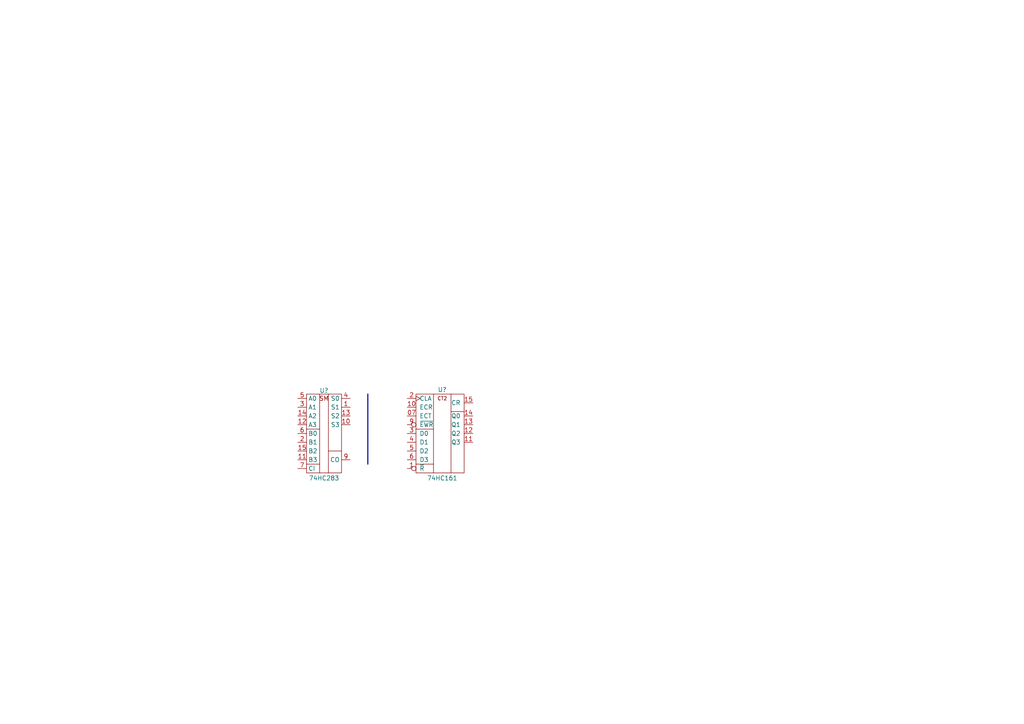
<source format=kicad_sch>
(kicad_sch (version 20231120) (generator "eeschema") (generator_version "8.0")
  (paper "A4")
  (lib_symbols
    (symbol "74IEC:74HC161" (pin_names (offset 1.016))
      (property "Reference" "U" (at 0 12.7 0))
      (property "Value" "74HC161" (at 0 -12.7 0))
      (symbol "74HC161_0_0"
        (polyline (pts (xy 2.54 6.35) (xy 6.35 6.35)))
      )
      (symbol "74HC161_1_1"
        (rectangle (start -7.62 -11.43) (end 6.35 11.43))
        (polyline (pts (xy -7.62 -8.89) (xy -2.54 -8.89)))
        (polyline (pts (xy -7.62 1.27) (xy -2.54 1.27)))
        (polyline (pts (xy -2.54 11.43) (xy -2.54 -11.43)))
        (polyline (pts (xy 2.54 11.43) (xy 2.54 -11.43)))
        (text "CT2" (at 0 10.16 0) (effects (font (size 1 1))))
        (pin input line (at -10.16 5.08 0) (length 2.54) (name "ECT") (number "07"))
        (pin input inverted (at -10.16 -10.16 0) (length 2.54) (name "~{R}") (number "1"))
        (pin input line (at -10.16 7.62 0) (length 2.54) (name "ECR") (number "10"))
        (pin output line (at 8.89 -2.54 180) (length 2.54) (name "Q3") (number "11"))
        (pin output line (at 8.89 0 180) (length 2.54) (name "Q2") (number "12"))
        (pin output line (at 8.89 2.54 180) (length 2.54) (name "Q1") (number "13"))
        (pin output line (at 8.89 5.08 180) (length 2.54) (name "Q0") (number "14"))
        (pin output line (at 8.89 8.89 180) (length 2.54) (name "CR") (number "15"))
        (pin power_in line (at 6.35 11.43 180) (length 0) hide (name "VCC") (number "16"))
        (pin input clock (at -10.16 10.16 0) (length 2.54) (name "CLA") (number "2"))
        (pin input line (at -10.16 0 0) (length 2.54) (name "D0") (number "3"))
        (pin input line (at -10.16 -2.54 0) (length 2.54) (name "D1") (number "4"))
        (pin input line (at -10.16 -5.08 0) (length 2.54) (name "D2") (number "5"))
        (pin input line (at -10.16 -7.62 0) (length 2.54) (name "D3") (number "6"))
        (pin power_in line (at 6.35 -11.43 180) (length 0) hide (name "GND") (number "8"))
        (pin input inverted (at -10.16 2.54 0) (length 2.54) (name "~{EWR}") (number "9"))
      )
    )
    (symbol "74IEC:74HC283"
      (property "Reference" "U" (at 0 13.716 0))
      (property "Value" "74HC283" (at 0 0 0))
      (symbol "74HC283_0_1"
        (rectangle (start -5.08 11.43) (end 5.08 -11.43))
        (polyline (pts (xy -1.27 11.43) (xy -1.27 -11.43)))
        (polyline (pts (xy 1.27 11.43) (xy 1.27 -11.43)))
      )
      (symbol "74HC283_1_1"
        (polyline (pts (xy -5.08 -8.89) (xy -1.27 -8.89)))
        (polyline (pts (xy -5.08 1.27) (xy -1.27 1.27)))
        (polyline (pts (xy 1.27 -5.08) (xy 5.08 -5.08)))
        (text "SM" (at 0 10.16 0) (effects (font (size 1.27 1.27))))
        (pin output line (at 7.62 7.62 180) (length 2.54) (name "S1") (number "1"))
        (pin output line (at 7.62 2.54 180) (length 2.54) (name "S3") (number "10"))
        (pin input line (at -7.62 -7.62 0) (length 2.54) (name "B3") (number "11"))
        (pin input line (at -7.62 2.54 0) (length 2.54) (name "A3") (number "12"))
        (pin output line (at 7.62 5.08 180) (length 2.54) (name "S2") (number "13"))
        (pin input line (at -7.62 5.08 0) (length 2.54) (name "A2") (number "14"))
        (pin input line (at -7.62 -5.08 0) (length 2.54) (name "B2") (number "15"))
        (pin power_in line (at 5.08 11.43 180) (length 0) hide (name "VCC") (number "16"))
        (pin input line (at -7.62 -2.54 0) (length 2.54) (name "B1") (number "2"))
        (pin input line (at -7.62 7.62 0) (length 2.54) (name "A1") (number "3"))
        (pin output line (at 7.62 10.16 180) (length 2.54) (name "S0") (number "4"))
        (pin input line (at -7.62 10.16 0) (length 2.54) (name "A0") (number "5"))
        (pin input line (at -7.62 0 0) (length 2.54) (name "B0") (number "6"))
        (pin input line (at -7.62 -10.16 0) (length 2.54) (name "CI") (number "7"))
        (pin power_in line (at 5.08 -11.43 180) (length 0) hide (name "GND") (number "8"))
        (pin output line (at 7.62 -7.62 180) (length 2.54) (name "CO") (number "9"))
      )
    )
  )
  (bus (pts (xy 106.68 114.3) (xy 106.68 134.62)))
  (symbol (lib_id "74IEC:74HC161") (at 128.27 125.73 0) (unit 1)
    (property "Reference" "U?" (at 128.27 113.03 0))
    (property "Value" "74HC161" (at 128.27 138.684 0))
    (property "Datasheet" "https://www.ti.com/lit/ug/scyd013b/scyd013b.pdf" (effects (hide yes)))
    (property "Description" "Synchronous 4-bit binary counter with asynchronous clear" (effects (hide yes)))
  )
  (symbol (lib_id "74IEC:74HC283") (at 93.98 125.73 0) (unit 1)
    (property "Reference" "U?" (at 93.98 113.284 0))
    (property "Value" "74HC283" (at 93.98 138.684 0))
    (property "Datasheet" "https://www.ti.com/lit/ug/scyd013b/scyd013b.pdf" (effects (hide yes)))
    (property "Description" "4-Bit Binary Full Adders With Fast Carry" (effects (hide yes)))
  )
)
</source>
